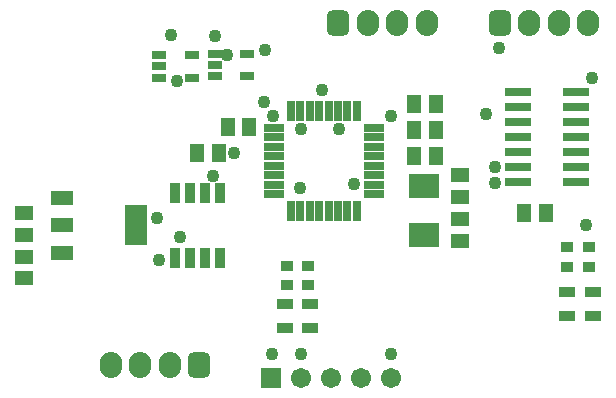
<source format=gts>
G04*
G04 #@! TF.GenerationSoftware,Altium Limited,Altium Designer,20.2.3 (150)*
G04*
G04 Layer_Color=8388736*
%FSLAX25Y25*%
%MOIN*%
G70*
G04*
G04 #@! TF.SameCoordinates,5AD5DEB4-D25B-43D4-AA11-83956EA83F71*
G04*
G04*
G04 #@! TF.FilePolarity,Negative*
G04*
G01*
G75*
%ADD28R,0.04737X0.06115*%
%ADD29R,0.10249X0.08280*%
%ADD30R,0.06115X0.04737*%
%ADD31R,0.03162X0.06607*%
%ADD32R,0.06607X0.03162*%
%ADD33R,0.04737X0.03162*%
%ADD34R,0.07690X0.13398*%
%ADD35R,0.07690X0.04540*%
%ADD36R,0.08600X0.03000*%
%ADD37R,0.05721X0.03753*%
%ADD38R,0.04147X0.03556*%
%ADD39R,0.03556X0.06902*%
%ADD40O,0.07493X0.08674*%
G04:AMPARAMS|DCode=41|XSize=74.93mil|YSize=86.74mil|CornerRadius=20.73mil|HoleSize=0mil|Usage=FLASHONLY|Rotation=0.000|XOffset=0mil|YOffset=0mil|HoleType=Round|Shape=RoundedRectangle|*
%AMROUNDEDRECTD41*
21,1,0.07493,0.04528,0,0,0.0*
21,1,0.03347,0.08674,0,0,0.0*
1,1,0.04146,0.01673,-0.02264*
1,1,0.04146,-0.01673,-0.02264*
1,1,0.04146,-0.01673,0.02264*
1,1,0.04146,0.01673,0.02264*
%
%ADD41ROUNDEDRECTD41*%
%ADD42C,0.06706*%
%ADD43R,0.06706X0.06706*%
%ADD44C,0.04343*%
D28*
X351858Y313500D02*
D03*
X359142D02*
D03*
X424000Y312644D02*
D03*
X431284D02*
D03*
X369180Y322178D02*
D03*
X361897D02*
D03*
X424000Y321322D02*
D03*
X431284D02*
D03*
X424000Y330000D02*
D03*
X431284D02*
D03*
X468142Y293500D02*
D03*
X460858D02*
D03*
D29*
X427500Y302571D02*
D03*
Y286429D02*
D03*
D30*
X439273Y306224D02*
D03*
Y298940D02*
D03*
Y284357D02*
D03*
Y291640D02*
D03*
X294000Y271858D02*
D03*
Y279142D02*
D03*
Y293725D02*
D03*
Y286442D02*
D03*
D31*
X405024Y294315D02*
D03*
X401874D02*
D03*
X398724D02*
D03*
X395575D02*
D03*
X392425D02*
D03*
X389276D02*
D03*
X386126D02*
D03*
X382976D02*
D03*
Y327685D02*
D03*
X386126D02*
D03*
X389276D02*
D03*
X392425D02*
D03*
X395575D02*
D03*
X398724D02*
D03*
X401874D02*
D03*
X405024D02*
D03*
D32*
X377315Y299976D02*
D03*
Y303126D02*
D03*
Y306276D02*
D03*
Y309425D02*
D03*
Y312575D02*
D03*
Y315724D02*
D03*
Y318874D02*
D03*
Y322024D02*
D03*
X410685D02*
D03*
Y318874D02*
D03*
Y315724D02*
D03*
Y312575D02*
D03*
Y309425D02*
D03*
Y306276D02*
D03*
Y303126D02*
D03*
Y299976D02*
D03*
D33*
X357587Y346740D02*
D03*
Y343000D02*
D03*
Y339260D02*
D03*
X368413D02*
D03*
Y346740D02*
D03*
X339087Y346240D02*
D03*
Y342500D02*
D03*
Y338760D02*
D03*
X349913D02*
D03*
Y346240D02*
D03*
D34*
X331402Y289500D02*
D03*
D35*
X306598Y280445D02*
D03*
Y289500D02*
D03*
Y298555D02*
D03*
D36*
X458800Y334000D02*
D03*
Y329000D02*
D03*
Y324000D02*
D03*
Y319000D02*
D03*
Y314000D02*
D03*
Y309000D02*
D03*
Y304000D02*
D03*
X478200D02*
D03*
Y309000D02*
D03*
Y314000D02*
D03*
Y319000D02*
D03*
Y324000D02*
D03*
Y329000D02*
D03*
Y334000D02*
D03*
D37*
X483642Y259378D02*
D03*
Y267252D02*
D03*
X475142Y259441D02*
D03*
Y267315D02*
D03*
X381142Y255441D02*
D03*
Y263315D02*
D03*
X389426Y255441D02*
D03*
Y263315D02*
D03*
D38*
X475142Y275781D02*
D03*
Y282277D02*
D03*
X482500Y275752D02*
D03*
Y282248D02*
D03*
X381642Y269532D02*
D03*
Y276029D02*
D03*
X388851Y269532D02*
D03*
Y276029D02*
D03*
D39*
X359500Y300228D02*
D03*
X354500D02*
D03*
X349500D02*
D03*
X344500D02*
D03*
Y278772D02*
D03*
X349500D02*
D03*
X354500D02*
D03*
X359500D02*
D03*
D40*
X482185Y357000D02*
D03*
X472342D02*
D03*
X462500D02*
D03*
X428342D02*
D03*
X418500D02*
D03*
X408658D02*
D03*
X342657Y243000D02*
D03*
X332815D02*
D03*
X322972D02*
D03*
D41*
X452658Y357000D02*
D03*
X398815D02*
D03*
X352500Y243000D02*
D03*
D42*
X416500Y238500D02*
D03*
X406500D02*
D03*
X396500D02*
D03*
X386500D02*
D03*
D43*
X376500D02*
D03*
D44*
X483500Y338500D02*
D03*
X386099Y301987D02*
D03*
X404000Y303248D02*
D03*
X377000Y326000D02*
D03*
X399000Y321500D02*
D03*
X393500Y334500D02*
D03*
X448000Y326500D02*
D03*
X416500Y326000D02*
D03*
X343000Y353000D02*
D03*
X481500Y289500D02*
D03*
X451000Y303500D02*
D03*
X386500Y321500D02*
D03*
X357000Y306000D02*
D03*
X364000Y313500D02*
D03*
X361695Y346305D02*
D03*
X374500Y348000D02*
D03*
X357602Y352500D02*
D03*
X339000Y278000D02*
D03*
X338500Y292000D02*
D03*
X374000Y330500D02*
D03*
X345000Y337500D02*
D03*
X451000Y309000D02*
D03*
X452500Y348500D02*
D03*
X416500Y246500D02*
D03*
X346099Y285487D02*
D03*
X376599Y246487D02*
D03*
X386500Y246500D02*
D03*
M02*

</source>
